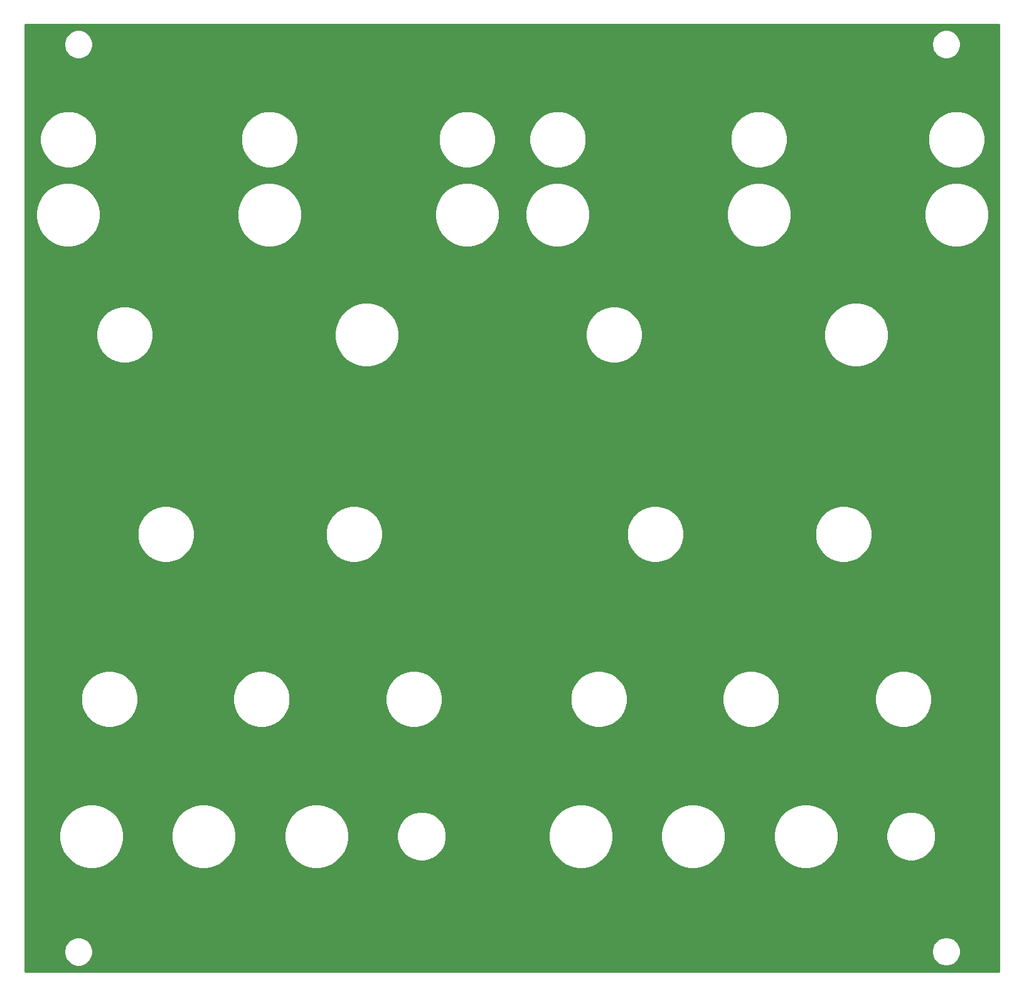
<source format=gbl>
%TF.GenerationSoftware,KiCad,Pcbnew,(5.1.12)-1*%
%TF.CreationDate,2021-11-26T16:48:14-08:00*%
%TF.ProjectId,VCF Front Pannel,56434620-4672-46f6-9e74-2050616e6e65,rev?*%
%TF.SameCoordinates,Original*%
%TF.FileFunction,Copper,L2,Bot*%
%TF.FilePolarity,Positive*%
%FSLAX46Y46*%
G04 Gerber Fmt 4.6, Leading zero omitted, Abs format (unit mm)*
G04 Created by KiCad (PCBNEW (5.1.12)-1) date 2021-11-26 16:48:14*
%MOMM*%
%LPD*%
G01*
G04 APERTURE LIST*
%TA.AperFunction,NonConductor*%
%ADD10C,0.254000*%
%TD*%
%TA.AperFunction,NonConductor*%
%ADD11C,0.100000*%
%TD*%
G04 APERTURE END LIST*
D10*
X163228001Y-152948000D02*
X31852000Y-152948000D01*
X31852000Y-150106710D01*
X37037496Y-150106710D01*
X37037496Y-150493290D01*
X37112914Y-150872441D01*
X37260851Y-151229594D01*
X37475623Y-151551024D01*
X37748976Y-151824377D01*
X38070406Y-152039149D01*
X38427559Y-152187086D01*
X38806710Y-152262504D01*
X39193290Y-152262504D01*
X39572441Y-152187086D01*
X39929594Y-152039149D01*
X40251024Y-151824377D01*
X40524377Y-151551024D01*
X40739149Y-151229594D01*
X40887086Y-150872441D01*
X40962504Y-150493290D01*
X40962504Y-150106710D01*
X40955821Y-150073110D01*
X154137496Y-150073110D01*
X154137496Y-150459690D01*
X154212914Y-150838841D01*
X154360851Y-151195994D01*
X154575623Y-151517424D01*
X154848976Y-151790777D01*
X155170406Y-152005549D01*
X155527559Y-152153486D01*
X155906710Y-152228904D01*
X156293290Y-152228904D01*
X156672441Y-152153486D01*
X157029594Y-152005549D01*
X157351024Y-151790777D01*
X157624377Y-151517424D01*
X157839149Y-151195994D01*
X157987086Y-150838841D01*
X158062504Y-150459690D01*
X158062504Y-150073110D01*
X157987086Y-149693959D01*
X157839149Y-149336806D01*
X157624377Y-149015376D01*
X157351024Y-148742023D01*
X157029594Y-148527251D01*
X156672441Y-148379314D01*
X156293290Y-148303896D01*
X155906710Y-148303896D01*
X155527559Y-148379314D01*
X155170406Y-148527251D01*
X154848976Y-148742023D01*
X154575623Y-149015376D01*
X154360851Y-149336806D01*
X154212914Y-149693959D01*
X154137496Y-150073110D01*
X40955821Y-150073110D01*
X40887086Y-149727559D01*
X40739149Y-149370406D01*
X40524377Y-149048976D01*
X40251024Y-148775623D01*
X39929594Y-148560851D01*
X39572441Y-148412914D01*
X39193290Y-148337496D01*
X38806710Y-148337496D01*
X38427559Y-148412914D01*
X38070406Y-148560851D01*
X37748976Y-148775623D01*
X37475623Y-149048976D01*
X37260851Y-149370406D01*
X37112914Y-149727559D01*
X37037496Y-150106710D01*
X31852000Y-150106710D01*
X31852000Y-134273469D01*
X36416052Y-134273469D01*
X36416052Y-135130531D01*
X36583257Y-135971125D01*
X36911240Y-136762947D01*
X37387398Y-137475567D01*
X37993433Y-138081602D01*
X38706053Y-138557760D01*
X39497875Y-138885743D01*
X40338469Y-139052948D01*
X41195531Y-139052948D01*
X42036125Y-138885743D01*
X42827947Y-138557760D01*
X43540567Y-138081602D01*
X44146602Y-137475567D01*
X44622760Y-136762947D01*
X44950743Y-135971125D01*
X45117948Y-135130531D01*
X45117948Y-134273469D01*
X51529052Y-134273469D01*
X51529052Y-135130531D01*
X51696257Y-135971125D01*
X52024240Y-136762947D01*
X52500398Y-137475567D01*
X53106433Y-138081602D01*
X53819053Y-138557760D01*
X54610875Y-138885743D01*
X55451469Y-139052948D01*
X56308531Y-139052948D01*
X57149125Y-138885743D01*
X57940947Y-138557760D01*
X58653567Y-138081602D01*
X59259602Y-137475567D01*
X59735760Y-136762947D01*
X60063743Y-135971125D01*
X60230948Y-135130531D01*
X60230948Y-134273469D01*
X66769052Y-134273469D01*
X66769052Y-135130531D01*
X66936257Y-135971125D01*
X67264240Y-136762947D01*
X67740398Y-137475567D01*
X68346433Y-138081602D01*
X69059053Y-138557760D01*
X69850875Y-138885743D01*
X70691469Y-139052948D01*
X71548531Y-139052948D01*
X72389125Y-138885743D01*
X73180947Y-138557760D01*
X73893567Y-138081602D01*
X74499602Y-137475567D01*
X74975760Y-136762947D01*
X75303743Y-135971125D01*
X75470948Y-135130531D01*
X75470948Y-134371486D01*
X81951237Y-134371486D01*
X81951237Y-135032514D01*
X82080197Y-135680840D01*
X82333161Y-136291550D01*
X82700409Y-136841174D01*
X83167826Y-137308591D01*
X83717450Y-137675839D01*
X84328160Y-137928803D01*
X84976486Y-138057763D01*
X85637514Y-138057763D01*
X86285840Y-137928803D01*
X86896550Y-137675839D01*
X87446174Y-137308591D01*
X87913591Y-136841174D01*
X88280839Y-136291550D01*
X88533803Y-135680840D01*
X88662763Y-135032514D01*
X88662763Y-134371486D01*
X88643267Y-134273469D01*
X102456052Y-134273469D01*
X102456052Y-135130531D01*
X102623257Y-135971125D01*
X102951240Y-136762947D01*
X103427398Y-137475567D01*
X104033433Y-138081602D01*
X104746053Y-138557760D01*
X105537875Y-138885743D01*
X106378469Y-139052948D01*
X107235531Y-139052948D01*
X108076125Y-138885743D01*
X108867947Y-138557760D01*
X109580567Y-138081602D01*
X110186602Y-137475567D01*
X110662760Y-136762947D01*
X110990743Y-135971125D01*
X111157948Y-135130531D01*
X111157948Y-134273469D01*
X117569052Y-134273469D01*
X117569052Y-135130531D01*
X117736257Y-135971125D01*
X118064240Y-136762947D01*
X118540398Y-137475567D01*
X119146433Y-138081602D01*
X119859053Y-138557760D01*
X120650875Y-138885743D01*
X121491469Y-139052948D01*
X122348531Y-139052948D01*
X123189125Y-138885743D01*
X123980947Y-138557760D01*
X124693567Y-138081602D01*
X125299602Y-137475567D01*
X125775760Y-136762947D01*
X126103743Y-135971125D01*
X126270948Y-135130531D01*
X126270948Y-134273469D01*
X132809052Y-134273469D01*
X132809052Y-135130531D01*
X132976257Y-135971125D01*
X133304240Y-136762947D01*
X133780398Y-137475567D01*
X134386433Y-138081602D01*
X135099053Y-138557760D01*
X135890875Y-138885743D01*
X136731469Y-139052948D01*
X137588531Y-139052948D01*
X138429125Y-138885743D01*
X139220947Y-138557760D01*
X139933567Y-138081602D01*
X140539602Y-137475567D01*
X141015760Y-136762947D01*
X141343743Y-135971125D01*
X141510948Y-135130531D01*
X141510948Y-134371486D01*
X147991237Y-134371486D01*
X147991237Y-135032514D01*
X148120197Y-135680840D01*
X148373161Y-136291550D01*
X148740409Y-136841174D01*
X149207826Y-137308591D01*
X149757450Y-137675839D01*
X150368160Y-137928803D01*
X151016486Y-138057763D01*
X151677514Y-138057763D01*
X152325840Y-137928803D01*
X152936550Y-137675839D01*
X153486174Y-137308591D01*
X153953591Y-136841174D01*
X154320839Y-136291550D01*
X154573803Y-135680840D01*
X154702763Y-135032514D01*
X154702763Y-134371486D01*
X154573803Y-133723160D01*
X154320839Y-133112450D01*
X153953591Y-132562826D01*
X153486174Y-132095409D01*
X152936550Y-131728161D01*
X152325840Y-131475197D01*
X151677514Y-131346237D01*
X151016486Y-131346237D01*
X150368160Y-131475197D01*
X149757450Y-131728161D01*
X149207826Y-132095409D01*
X148740409Y-132562826D01*
X148373161Y-133112450D01*
X148120197Y-133723160D01*
X147991237Y-134371486D01*
X141510948Y-134371486D01*
X141510948Y-134273469D01*
X141343743Y-133432875D01*
X141015760Y-132641053D01*
X140539602Y-131928433D01*
X139933567Y-131322398D01*
X139220947Y-130846240D01*
X138429125Y-130518257D01*
X137588531Y-130351052D01*
X136731469Y-130351052D01*
X135890875Y-130518257D01*
X135099053Y-130846240D01*
X134386433Y-131322398D01*
X133780398Y-131928433D01*
X133304240Y-132641053D01*
X132976257Y-133432875D01*
X132809052Y-134273469D01*
X126270948Y-134273469D01*
X126103743Y-133432875D01*
X125775760Y-132641053D01*
X125299602Y-131928433D01*
X124693567Y-131322398D01*
X123980947Y-130846240D01*
X123189125Y-130518257D01*
X122348531Y-130351052D01*
X121491469Y-130351052D01*
X120650875Y-130518257D01*
X119859053Y-130846240D01*
X119146433Y-131322398D01*
X118540398Y-131928433D01*
X118064240Y-132641053D01*
X117736257Y-133432875D01*
X117569052Y-134273469D01*
X111157948Y-134273469D01*
X110990743Y-133432875D01*
X110662760Y-132641053D01*
X110186602Y-131928433D01*
X109580567Y-131322398D01*
X108867947Y-130846240D01*
X108076125Y-130518257D01*
X107235531Y-130351052D01*
X106378469Y-130351052D01*
X105537875Y-130518257D01*
X104746053Y-130846240D01*
X104033433Y-131322398D01*
X103427398Y-131928433D01*
X102951240Y-132641053D01*
X102623257Y-133432875D01*
X102456052Y-134273469D01*
X88643267Y-134273469D01*
X88533803Y-133723160D01*
X88280839Y-133112450D01*
X87913591Y-132562826D01*
X87446174Y-132095409D01*
X86896550Y-131728161D01*
X86285840Y-131475197D01*
X85637514Y-131346237D01*
X84976486Y-131346237D01*
X84328160Y-131475197D01*
X83717450Y-131728161D01*
X83167826Y-132095409D01*
X82700409Y-132562826D01*
X82333161Y-133112450D01*
X82080197Y-133723160D01*
X81951237Y-134371486D01*
X75470948Y-134371486D01*
X75470948Y-134273469D01*
X75303743Y-133432875D01*
X74975760Y-132641053D01*
X74499602Y-131928433D01*
X73893567Y-131322398D01*
X73180947Y-130846240D01*
X72389125Y-130518257D01*
X71548531Y-130351052D01*
X70691469Y-130351052D01*
X69850875Y-130518257D01*
X69059053Y-130846240D01*
X68346433Y-131322398D01*
X67740398Y-131928433D01*
X67264240Y-132641053D01*
X66936257Y-133432875D01*
X66769052Y-134273469D01*
X60230948Y-134273469D01*
X60063743Y-133432875D01*
X59735760Y-132641053D01*
X59259602Y-131928433D01*
X58653567Y-131322398D01*
X57940947Y-130846240D01*
X57149125Y-130518257D01*
X56308531Y-130351052D01*
X55451469Y-130351052D01*
X54610875Y-130518257D01*
X53819053Y-130846240D01*
X53106433Y-131322398D01*
X52500398Y-131928433D01*
X52024240Y-132641053D01*
X51696257Y-133432875D01*
X51529052Y-134273469D01*
X45117948Y-134273469D01*
X44950743Y-133432875D01*
X44622760Y-132641053D01*
X44146602Y-131928433D01*
X43540567Y-131322398D01*
X42827947Y-130846240D01*
X42036125Y-130518257D01*
X41195531Y-130351052D01*
X40338469Y-130351052D01*
X39497875Y-130518257D01*
X38706053Y-130846240D01*
X37993433Y-131322398D01*
X37387398Y-131928433D01*
X36911240Y-132641053D01*
X36583257Y-133432875D01*
X36416052Y-134273469D01*
X31852000Y-134273469D01*
X31852000Y-115825478D01*
X39326645Y-115825478D01*
X39326645Y-116584522D01*
X39474727Y-117328982D01*
X39765201Y-118030248D01*
X40186904Y-118661371D01*
X40723629Y-119198096D01*
X41354752Y-119619799D01*
X42056018Y-119910273D01*
X42800478Y-120058355D01*
X43559522Y-120058355D01*
X44303982Y-119910273D01*
X45005248Y-119619799D01*
X45636371Y-119198096D01*
X46173096Y-118661371D01*
X46594799Y-118030248D01*
X46885273Y-117328982D01*
X47033355Y-116584522D01*
X47033355Y-115825478D01*
X59866645Y-115825478D01*
X59866645Y-116584522D01*
X60014727Y-117328982D01*
X60305201Y-118030248D01*
X60726904Y-118661371D01*
X61263629Y-119198096D01*
X61894752Y-119619799D01*
X62596018Y-119910273D01*
X63340478Y-120058355D01*
X64099522Y-120058355D01*
X64843982Y-119910273D01*
X65545248Y-119619799D01*
X66176371Y-119198096D01*
X66713096Y-118661371D01*
X67134799Y-118030248D01*
X67425273Y-117328982D01*
X67573355Y-116584522D01*
X67573355Y-115825478D01*
X80406645Y-115825478D01*
X80406645Y-116584522D01*
X80554727Y-117328982D01*
X80845201Y-118030248D01*
X81266904Y-118661371D01*
X81803629Y-119198096D01*
X82434752Y-119619799D01*
X83136018Y-119910273D01*
X83880478Y-120058355D01*
X84639522Y-120058355D01*
X85383982Y-119910273D01*
X86085248Y-119619799D01*
X86716371Y-119198096D01*
X87253096Y-118661371D01*
X87674799Y-118030248D01*
X87965273Y-117328982D01*
X88113355Y-116584522D01*
X88113355Y-115825478D01*
X105366645Y-115825478D01*
X105366645Y-116584522D01*
X105514727Y-117328982D01*
X105805201Y-118030248D01*
X106226904Y-118661371D01*
X106763629Y-119198096D01*
X107394752Y-119619799D01*
X108096018Y-119910273D01*
X108840478Y-120058355D01*
X109599522Y-120058355D01*
X110343982Y-119910273D01*
X111045248Y-119619799D01*
X111676371Y-119198096D01*
X112213096Y-118661371D01*
X112634799Y-118030248D01*
X112925273Y-117328982D01*
X113073355Y-116584522D01*
X113073355Y-115825478D01*
X125906645Y-115825478D01*
X125906645Y-116584522D01*
X126054727Y-117328982D01*
X126345201Y-118030248D01*
X126766904Y-118661371D01*
X127303629Y-119198096D01*
X127934752Y-119619799D01*
X128636018Y-119910273D01*
X129380478Y-120058355D01*
X130139522Y-120058355D01*
X130883982Y-119910273D01*
X131585248Y-119619799D01*
X132216371Y-119198096D01*
X132753096Y-118661371D01*
X133174799Y-118030248D01*
X133465273Y-117328982D01*
X133613355Y-116584522D01*
X133613355Y-115825478D01*
X146446645Y-115825478D01*
X146446645Y-116584522D01*
X146594727Y-117328982D01*
X146885201Y-118030248D01*
X147306904Y-118661371D01*
X147843629Y-119198096D01*
X148474752Y-119619799D01*
X149176018Y-119910273D01*
X149920478Y-120058355D01*
X150679522Y-120058355D01*
X151423982Y-119910273D01*
X152125248Y-119619799D01*
X152756371Y-119198096D01*
X153293096Y-118661371D01*
X153714799Y-118030248D01*
X154005273Y-117328982D01*
X154153355Y-116584522D01*
X154153355Y-115825478D01*
X154005273Y-115081018D01*
X153714799Y-114379752D01*
X153293096Y-113748629D01*
X152756371Y-113211904D01*
X152125248Y-112790201D01*
X151423982Y-112499727D01*
X150679522Y-112351645D01*
X149920478Y-112351645D01*
X149176018Y-112499727D01*
X148474752Y-112790201D01*
X147843629Y-113211904D01*
X147306904Y-113748629D01*
X146885201Y-114379752D01*
X146594727Y-115081018D01*
X146446645Y-115825478D01*
X133613355Y-115825478D01*
X133465273Y-115081018D01*
X133174799Y-114379752D01*
X132753096Y-113748629D01*
X132216371Y-113211904D01*
X131585248Y-112790201D01*
X130883982Y-112499727D01*
X130139522Y-112351645D01*
X129380478Y-112351645D01*
X128636018Y-112499727D01*
X127934752Y-112790201D01*
X127303629Y-113211904D01*
X126766904Y-113748629D01*
X126345201Y-114379752D01*
X126054727Y-115081018D01*
X125906645Y-115825478D01*
X113073355Y-115825478D01*
X112925273Y-115081018D01*
X112634799Y-114379752D01*
X112213096Y-113748629D01*
X111676371Y-113211904D01*
X111045248Y-112790201D01*
X110343982Y-112499727D01*
X109599522Y-112351645D01*
X108840478Y-112351645D01*
X108096018Y-112499727D01*
X107394752Y-112790201D01*
X106763629Y-113211904D01*
X106226904Y-113748629D01*
X105805201Y-114379752D01*
X105514727Y-115081018D01*
X105366645Y-115825478D01*
X88113355Y-115825478D01*
X87965273Y-115081018D01*
X87674799Y-114379752D01*
X87253096Y-113748629D01*
X86716371Y-113211904D01*
X86085248Y-112790201D01*
X85383982Y-112499727D01*
X84639522Y-112351645D01*
X83880478Y-112351645D01*
X83136018Y-112499727D01*
X82434752Y-112790201D01*
X81803629Y-113211904D01*
X81266904Y-113748629D01*
X80845201Y-114379752D01*
X80554727Y-115081018D01*
X80406645Y-115825478D01*
X67573355Y-115825478D01*
X67425273Y-115081018D01*
X67134799Y-114379752D01*
X66713096Y-113748629D01*
X66176371Y-113211904D01*
X65545248Y-112790201D01*
X64843982Y-112499727D01*
X64099522Y-112351645D01*
X63340478Y-112351645D01*
X62596018Y-112499727D01*
X61894752Y-112790201D01*
X61263629Y-113211904D01*
X60726904Y-113748629D01*
X60305201Y-114379752D01*
X60014727Y-115081018D01*
X59866645Y-115825478D01*
X47033355Y-115825478D01*
X46885273Y-115081018D01*
X46594799Y-114379752D01*
X46173096Y-113748629D01*
X45636371Y-113211904D01*
X45005248Y-112790201D01*
X44303982Y-112499727D01*
X43559522Y-112351645D01*
X42800478Y-112351645D01*
X42056018Y-112499727D01*
X41354752Y-112790201D01*
X40723629Y-113211904D01*
X40186904Y-113748629D01*
X39765201Y-114379752D01*
X39474727Y-115081018D01*
X39326645Y-115825478D01*
X31852000Y-115825478D01*
X31852000Y-93535478D01*
X46946645Y-93535478D01*
X46946645Y-94294522D01*
X47094727Y-95038982D01*
X47385201Y-95740248D01*
X47806904Y-96371371D01*
X48343629Y-96908096D01*
X48974752Y-97329799D01*
X49676018Y-97620273D01*
X50420478Y-97768355D01*
X51179522Y-97768355D01*
X51923982Y-97620273D01*
X52625248Y-97329799D01*
X53256371Y-96908096D01*
X53793096Y-96371371D01*
X54214799Y-95740248D01*
X54505273Y-95038982D01*
X54653355Y-94294522D01*
X54653355Y-93535478D01*
X72346645Y-93535478D01*
X72346645Y-94294522D01*
X72494727Y-95038982D01*
X72785201Y-95740248D01*
X73206904Y-96371371D01*
X73743629Y-96908096D01*
X74374752Y-97329799D01*
X75076018Y-97620273D01*
X75820478Y-97768355D01*
X76579522Y-97768355D01*
X77323982Y-97620273D01*
X78025248Y-97329799D01*
X78656371Y-96908096D01*
X79193096Y-96371371D01*
X79614799Y-95740248D01*
X79905273Y-95038982D01*
X80053355Y-94294522D01*
X80053355Y-93535478D01*
X112986645Y-93535478D01*
X112986645Y-94294522D01*
X113134727Y-95038982D01*
X113425201Y-95740248D01*
X113846904Y-96371371D01*
X114383629Y-96908096D01*
X115014752Y-97329799D01*
X115716018Y-97620273D01*
X116460478Y-97768355D01*
X117219522Y-97768355D01*
X117963982Y-97620273D01*
X118665248Y-97329799D01*
X119296371Y-96908096D01*
X119833096Y-96371371D01*
X120254799Y-95740248D01*
X120545273Y-95038982D01*
X120693355Y-94294522D01*
X120693355Y-93535478D01*
X138386645Y-93535478D01*
X138386645Y-94294522D01*
X138534727Y-95038982D01*
X138825201Y-95740248D01*
X139246904Y-96371371D01*
X139783629Y-96908096D01*
X140414752Y-97329799D01*
X141116018Y-97620273D01*
X141860478Y-97768355D01*
X142619522Y-97768355D01*
X143363982Y-97620273D01*
X144065248Y-97329799D01*
X144696371Y-96908096D01*
X145233096Y-96371371D01*
X145654799Y-95740248D01*
X145945273Y-95038982D01*
X146093355Y-94294522D01*
X146093355Y-93535478D01*
X145945273Y-92791018D01*
X145654799Y-92089752D01*
X145233096Y-91458629D01*
X144696371Y-90921904D01*
X144065248Y-90500201D01*
X143363982Y-90209727D01*
X142619522Y-90061645D01*
X141860478Y-90061645D01*
X141116018Y-90209727D01*
X140414752Y-90500201D01*
X139783629Y-90921904D01*
X139246904Y-91458629D01*
X138825201Y-92089752D01*
X138534727Y-92791018D01*
X138386645Y-93535478D01*
X120693355Y-93535478D01*
X120545273Y-92791018D01*
X120254799Y-92089752D01*
X119833096Y-91458629D01*
X119296371Y-90921904D01*
X118665248Y-90500201D01*
X117963982Y-90209727D01*
X117219522Y-90061645D01*
X116460478Y-90061645D01*
X115716018Y-90209727D01*
X115014752Y-90500201D01*
X114383629Y-90921904D01*
X113846904Y-91458629D01*
X113425201Y-92089752D01*
X113134727Y-92791018D01*
X112986645Y-93535478D01*
X80053355Y-93535478D01*
X79905273Y-92791018D01*
X79614799Y-92089752D01*
X79193096Y-91458629D01*
X78656371Y-90921904D01*
X78025248Y-90500201D01*
X77323982Y-90209727D01*
X76579522Y-90061645D01*
X75820478Y-90061645D01*
X75076018Y-90209727D01*
X74374752Y-90500201D01*
X73743629Y-90921904D01*
X73206904Y-91458629D01*
X72785201Y-92089752D01*
X72494727Y-92791018D01*
X72346645Y-93535478D01*
X54653355Y-93535478D01*
X54505273Y-92791018D01*
X54214799Y-92089752D01*
X53793096Y-91458629D01*
X53256371Y-90921904D01*
X52625248Y-90500201D01*
X51923982Y-90209727D01*
X51179522Y-90061645D01*
X50420478Y-90061645D01*
X49676018Y-90209727D01*
X48974752Y-90500201D01*
X48343629Y-90921904D01*
X47806904Y-91458629D01*
X47385201Y-92089752D01*
X47094727Y-92791018D01*
X46946645Y-93535478D01*
X31852000Y-93535478D01*
X31852000Y-66635478D01*
X41373645Y-66635478D01*
X41373645Y-67394522D01*
X41521727Y-68138982D01*
X41812201Y-68840248D01*
X42233904Y-69471371D01*
X42770629Y-70008096D01*
X43401752Y-70429799D01*
X44103018Y-70720273D01*
X44847478Y-70868355D01*
X45606522Y-70868355D01*
X46350982Y-70720273D01*
X47052248Y-70429799D01*
X47683371Y-70008096D01*
X48220096Y-69471371D01*
X48641799Y-68840248D01*
X48932273Y-68138982D01*
X49080355Y-67394522D01*
X49080355Y-66635478D01*
X49070607Y-66586469D01*
X73549052Y-66586469D01*
X73549052Y-67443531D01*
X73716257Y-68284125D01*
X74044240Y-69075947D01*
X74520398Y-69788567D01*
X75126433Y-70394602D01*
X75839053Y-70870760D01*
X76630875Y-71198743D01*
X77471469Y-71365948D01*
X78328531Y-71365948D01*
X79169125Y-71198743D01*
X79960947Y-70870760D01*
X80673567Y-70394602D01*
X81279602Y-69788567D01*
X81755760Y-69075947D01*
X82083743Y-68284125D01*
X82250948Y-67443531D01*
X82250948Y-66635478D01*
X107413645Y-66635478D01*
X107413645Y-67394522D01*
X107561727Y-68138982D01*
X107852201Y-68840248D01*
X108273904Y-69471371D01*
X108810629Y-70008096D01*
X109441752Y-70429799D01*
X110143018Y-70720273D01*
X110887478Y-70868355D01*
X111646522Y-70868355D01*
X112390982Y-70720273D01*
X113092248Y-70429799D01*
X113723371Y-70008096D01*
X114260096Y-69471371D01*
X114681799Y-68840248D01*
X114972273Y-68138982D01*
X115120355Y-67394522D01*
X115120355Y-66635478D01*
X115110607Y-66586469D01*
X139589052Y-66586469D01*
X139589052Y-67443531D01*
X139756257Y-68284125D01*
X140084240Y-69075947D01*
X140560398Y-69788567D01*
X141166433Y-70394602D01*
X141879053Y-70870760D01*
X142670875Y-71198743D01*
X143511469Y-71365948D01*
X144368531Y-71365948D01*
X145209125Y-71198743D01*
X146000947Y-70870760D01*
X146713567Y-70394602D01*
X147319602Y-69788567D01*
X147795760Y-69075947D01*
X148123743Y-68284125D01*
X148290948Y-67443531D01*
X148290948Y-66586469D01*
X148123743Y-65745875D01*
X147795760Y-64954053D01*
X147319602Y-64241433D01*
X146713567Y-63635398D01*
X146000947Y-63159240D01*
X145209125Y-62831257D01*
X144368531Y-62664052D01*
X143511469Y-62664052D01*
X142670875Y-62831257D01*
X141879053Y-63159240D01*
X141166433Y-63635398D01*
X140560398Y-64241433D01*
X140084240Y-64954053D01*
X139756257Y-65745875D01*
X139589052Y-66586469D01*
X115110607Y-66586469D01*
X114972273Y-65891018D01*
X114681799Y-65189752D01*
X114260096Y-64558629D01*
X113723371Y-64021904D01*
X113092248Y-63600201D01*
X112390982Y-63309727D01*
X111646522Y-63161645D01*
X110887478Y-63161645D01*
X110143018Y-63309727D01*
X109441752Y-63600201D01*
X108810629Y-64021904D01*
X108273904Y-64558629D01*
X107852201Y-65189752D01*
X107561727Y-65891018D01*
X107413645Y-66635478D01*
X82250948Y-66635478D01*
X82250948Y-66586469D01*
X82083743Y-65745875D01*
X81755760Y-64954053D01*
X81279602Y-64241433D01*
X80673567Y-63635398D01*
X79960947Y-63159240D01*
X79169125Y-62831257D01*
X78328531Y-62664052D01*
X77471469Y-62664052D01*
X76630875Y-62831257D01*
X75839053Y-63159240D01*
X75126433Y-63635398D01*
X74520398Y-64241433D01*
X74044240Y-64954053D01*
X73716257Y-65745875D01*
X73549052Y-66586469D01*
X49070607Y-66586469D01*
X48932273Y-65891018D01*
X48641799Y-65189752D01*
X48220096Y-64558629D01*
X47683371Y-64021904D01*
X47052248Y-63600201D01*
X46350982Y-63309727D01*
X45606522Y-63161645D01*
X44847478Y-63161645D01*
X44103018Y-63309727D01*
X43401752Y-63600201D01*
X42770629Y-64021904D01*
X42233904Y-64558629D01*
X41812201Y-65189752D01*
X41521727Y-65891018D01*
X41373645Y-66635478D01*
X31852000Y-66635478D01*
X31852000Y-50371469D01*
X33241052Y-50371469D01*
X33241052Y-51228531D01*
X33408257Y-52069125D01*
X33736240Y-52860947D01*
X34212398Y-53573567D01*
X34818433Y-54179602D01*
X35531053Y-54655760D01*
X36322875Y-54983743D01*
X37163469Y-55150948D01*
X38020531Y-55150948D01*
X38861125Y-54983743D01*
X39652947Y-54655760D01*
X40365567Y-54179602D01*
X40971602Y-53573567D01*
X41447760Y-52860947D01*
X41775743Y-52069125D01*
X41942948Y-51228531D01*
X41942948Y-50371469D01*
X60419052Y-50371469D01*
X60419052Y-51228531D01*
X60586257Y-52069125D01*
X60914240Y-52860947D01*
X61390398Y-53573567D01*
X61996433Y-54179602D01*
X62709053Y-54655760D01*
X63500875Y-54983743D01*
X64341469Y-55150948D01*
X65198531Y-55150948D01*
X66039125Y-54983743D01*
X66830947Y-54655760D01*
X67543567Y-54179602D01*
X68149602Y-53573567D01*
X68625760Y-52860947D01*
X68953743Y-52069125D01*
X69120948Y-51228531D01*
X69120948Y-50371469D01*
X87089052Y-50371469D01*
X87089052Y-51228531D01*
X87256257Y-52069125D01*
X87584240Y-52860947D01*
X88060398Y-53573567D01*
X88666433Y-54179602D01*
X89379053Y-54655760D01*
X90170875Y-54983743D01*
X91011469Y-55150948D01*
X91868531Y-55150948D01*
X92709125Y-54983743D01*
X93500947Y-54655760D01*
X94213567Y-54179602D01*
X94819602Y-53573567D01*
X95295760Y-52860947D01*
X95623743Y-52069125D01*
X95790948Y-51228531D01*
X95790948Y-50371469D01*
X99281052Y-50371469D01*
X99281052Y-51228531D01*
X99448257Y-52069125D01*
X99776240Y-52860947D01*
X100252398Y-53573567D01*
X100858433Y-54179602D01*
X101571053Y-54655760D01*
X102362875Y-54983743D01*
X103203469Y-55150948D01*
X104060531Y-55150948D01*
X104901125Y-54983743D01*
X105692947Y-54655760D01*
X106405567Y-54179602D01*
X107011602Y-53573567D01*
X107487760Y-52860947D01*
X107815743Y-52069125D01*
X107982948Y-51228531D01*
X107982948Y-50371469D01*
X126459052Y-50371469D01*
X126459052Y-51228531D01*
X126626257Y-52069125D01*
X126954240Y-52860947D01*
X127430398Y-53573567D01*
X128036433Y-54179602D01*
X128749053Y-54655760D01*
X129540875Y-54983743D01*
X130381469Y-55150948D01*
X131238531Y-55150948D01*
X132079125Y-54983743D01*
X132870947Y-54655760D01*
X133583567Y-54179602D01*
X134189602Y-53573567D01*
X134665760Y-52860947D01*
X134993743Y-52069125D01*
X135160948Y-51228531D01*
X135160948Y-50371469D01*
X153129052Y-50371469D01*
X153129052Y-51228531D01*
X153296257Y-52069125D01*
X153624240Y-52860947D01*
X154100398Y-53573567D01*
X154706433Y-54179602D01*
X155419053Y-54655760D01*
X156210875Y-54983743D01*
X157051469Y-55150948D01*
X157908531Y-55150948D01*
X158749125Y-54983743D01*
X159540947Y-54655760D01*
X160253567Y-54179602D01*
X160859602Y-53573567D01*
X161335760Y-52860947D01*
X161663743Y-52069125D01*
X161830948Y-51228531D01*
X161830948Y-50371469D01*
X161663743Y-49530875D01*
X161335760Y-48739053D01*
X160859602Y-48026433D01*
X160253567Y-47420398D01*
X159540947Y-46944240D01*
X158749125Y-46616257D01*
X157908531Y-46449052D01*
X157051469Y-46449052D01*
X156210875Y-46616257D01*
X155419053Y-46944240D01*
X154706433Y-47420398D01*
X154100398Y-48026433D01*
X153624240Y-48739053D01*
X153296257Y-49530875D01*
X153129052Y-50371469D01*
X135160948Y-50371469D01*
X134993743Y-49530875D01*
X134665760Y-48739053D01*
X134189602Y-48026433D01*
X133583567Y-47420398D01*
X132870947Y-46944240D01*
X132079125Y-46616257D01*
X131238531Y-46449052D01*
X130381469Y-46449052D01*
X129540875Y-46616257D01*
X128749053Y-46944240D01*
X128036433Y-47420398D01*
X127430398Y-48026433D01*
X126954240Y-48739053D01*
X126626257Y-49530875D01*
X126459052Y-50371469D01*
X107982948Y-50371469D01*
X107815743Y-49530875D01*
X107487760Y-48739053D01*
X107011602Y-48026433D01*
X106405567Y-47420398D01*
X105692947Y-46944240D01*
X104901125Y-46616257D01*
X104060531Y-46449052D01*
X103203469Y-46449052D01*
X102362875Y-46616257D01*
X101571053Y-46944240D01*
X100858433Y-47420398D01*
X100252398Y-48026433D01*
X99776240Y-48739053D01*
X99448257Y-49530875D01*
X99281052Y-50371469D01*
X95790948Y-50371469D01*
X95623743Y-49530875D01*
X95295760Y-48739053D01*
X94819602Y-48026433D01*
X94213567Y-47420398D01*
X93500947Y-46944240D01*
X92709125Y-46616257D01*
X91868531Y-46449052D01*
X91011469Y-46449052D01*
X90170875Y-46616257D01*
X89379053Y-46944240D01*
X88666433Y-47420398D01*
X88060398Y-48026433D01*
X87584240Y-48739053D01*
X87256257Y-49530875D01*
X87089052Y-50371469D01*
X69120948Y-50371469D01*
X68953743Y-49530875D01*
X68625760Y-48739053D01*
X68149602Y-48026433D01*
X67543567Y-47420398D01*
X66830947Y-46944240D01*
X66039125Y-46616257D01*
X65198531Y-46449052D01*
X64341469Y-46449052D01*
X63500875Y-46616257D01*
X62709053Y-46944240D01*
X61996433Y-47420398D01*
X61390398Y-48026433D01*
X60914240Y-48739053D01*
X60586257Y-49530875D01*
X60419052Y-50371469D01*
X41942948Y-50371469D01*
X41775743Y-49530875D01*
X41447760Y-48739053D01*
X40971602Y-48026433D01*
X40365567Y-47420398D01*
X39652947Y-46944240D01*
X38861125Y-46616257D01*
X38020531Y-46449052D01*
X37163469Y-46449052D01*
X36322875Y-46616257D01*
X35531053Y-46944240D01*
X34818433Y-47420398D01*
X34212398Y-48026433D01*
X33736240Y-48739053D01*
X33408257Y-49530875D01*
X33241052Y-50371469D01*
X31852000Y-50371469D01*
X31852000Y-40260478D01*
X33796645Y-40260478D01*
X33796645Y-41019522D01*
X33944727Y-41763982D01*
X34235201Y-42465248D01*
X34656904Y-43096371D01*
X35193629Y-43633096D01*
X35824752Y-44054799D01*
X36526018Y-44345273D01*
X37270478Y-44493355D01*
X38029522Y-44493355D01*
X38773982Y-44345273D01*
X39475248Y-44054799D01*
X40106371Y-43633096D01*
X40643096Y-43096371D01*
X41064799Y-42465248D01*
X41355273Y-41763982D01*
X41503355Y-41019522D01*
X41503355Y-40260478D01*
X60916645Y-40260478D01*
X60916645Y-41019522D01*
X61064727Y-41763982D01*
X61355201Y-42465248D01*
X61776904Y-43096371D01*
X62313629Y-43633096D01*
X62944752Y-44054799D01*
X63646018Y-44345273D01*
X64390478Y-44493355D01*
X65149522Y-44493355D01*
X65893982Y-44345273D01*
X66595248Y-44054799D01*
X67226371Y-43633096D01*
X67763096Y-43096371D01*
X68184799Y-42465248D01*
X68475273Y-41763982D01*
X68623355Y-41019522D01*
X68623355Y-40260478D01*
X87586645Y-40260478D01*
X87586645Y-41019522D01*
X87734727Y-41763982D01*
X88025201Y-42465248D01*
X88446904Y-43096371D01*
X88983629Y-43633096D01*
X89614752Y-44054799D01*
X90316018Y-44345273D01*
X91060478Y-44493355D01*
X91819522Y-44493355D01*
X92563982Y-44345273D01*
X93265248Y-44054799D01*
X93896371Y-43633096D01*
X94433096Y-43096371D01*
X94854799Y-42465248D01*
X95145273Y-41763982D01*
X95293355Y-41019522D01*
X95293355Y-40260478D01*
X99836645Y-40260478D01*
X99836645Y-41019522D01*
X99984727Y-41763982D01*
X100275201Y-42465248D01*
X100696904Y-43096371D01*
X101233629Y-43633096D01*
X101864752Y-44054799D01*
X102566018Y-44345273D01*
X103310478Y-44493355D01*
X104069522Y-44493355D01*
X104813982Y-44345273D01*
X105515248Y-44054799D01*
X106146371Y-43633096D01*
X106683096Y-43096371D01*
X107104799Y-42465248D01*
X107395273Y-41763982D01*
X107543355Y-41019522D01*
X107543355Y-40260478D01*
X126956645Y-40260478D01*
X126956645Y-41019522D01*
X127104727Y-41763982D01*
X127395201Y-42465248D01*
X127816904Y-43096371D01*
X128353629Y-43633096D01*
X128984752Y-44054799D01*
X129686018Y-44345273D01*
X130430478Y-44493355D01*
X131189522Y-44493355D01*
X131933982Y-44345273D01*
X132635248Y-44054799D01*
X133266371Y-43633096D01*
X133803096Y-43096371D01*
X134224799Y-42465248D01*
X134515273Y-41763982D01*
X134663355Y-41019522D01*
X134663355Y-40260478D01*
X153626645Y-40260478D01*
X153626645Y-41019522D01*
X153774727Y-41763982D01*
X154065201Y-42465248D01*
X154486904Y-43096371D01*
X155023629Y-43633096D01*
X155654752Y-44054799D01*
X156356018Y-44345273D01*
X157100478Y-44493355D01*
X157859522Y-44493355D01*
X158603982Y-44345273D01*
X159305248Y-44054799D01*
X159936371Y-43633096D01*
X160473096Y-43096371D01*
X160894799Y-42465248D01*
X161185273Y-41763982D01*
X161333355Y-41019522D01*
X161333355Y-40260478D01*
X161185273Y-39516018D01*
X160894799Y-38814752D01*
X160473096Y-38183629D01*
X159936371Y-37646904D01*
X159305248Y-37225201D01*
X158603982Y-36934727D01*
X157859522Y-36786645D01*
X157100478Y-36786645D01*
X156356018Y-36934727D01*
X155654752Y-37225201D01*
X155023629Y-37646904D01*
X154486904Y-38183629D01*
X154065201Y-38814752D01*
X153774727Y-39516018D01*
X153626645Y-40260478D01*
X134663355Y-40260478D01*
X134515273Y-39516018D01*
X134224799Y-38814752D01*
X133803096Y-38183629D01*
X133266371Y-37646904D01*
X132635248Y-37225201D01*
X131933982Y-36934727D01*
X131189522Y-36786645D01*
X130430478Y-36786645D01*
X129686018Y-36934727D01*
X128984752Y-37225201D01*
X128353629Y-37646904D01*
X127816904Y-38183629D01*
X127395201Y-38814752D01*
X127104727Y-39516018D01*
X126956645Y-40260478D01*
X107543355Y-40260478D01*
X107395273Y-39516018D01*
X107104799Y-38814752D01*
X106683096Y-38183629D01*
X106146371Y-37646904D01*
X105515248Y-37225201D01*
X104813982Y-36934727D01*
X104069522Y-36786645D01*
X103310478Y-36786645D01*
X102566018Y-36934727D01*
X101864752Y-37225201D01*
X101233629Y-37646904D01*
X100696904Y-38183629D01*
X100275201Y-38814752D01*
X99984727Y-39516018D01*
X99836645Y-40260478D01*
X95293355Y-40260478D01*
X95145273Y-39516018D01*
X94854799Y-38814752D01*
X94433096Y-38183629D01*
X93896371Y-37646904D01*
X93265248Y-37225201D01*
X92563982Y-36934727D01*
X91819522Y-36786645D01*
X91060478Y-36786645D01*
X90316018Y-36934727D01*
X89614752Y-37225201D01*
X88983629Y-37646904D01*
X88446904Y-38183629D01*
X88025201Y-38814752D01*
X87734727Y-39516018D01*
X87586645Y-40260478D01*
X68623355Y-40260478D01*
X68475273Y-39516018D01*
X68184799Y-38814752D01*
X67763096Y-38183629D01*
X67226371Y-37646904D01*
X66595248Y-37225201D01*
X65893982Y-36934727D01*
X65149522Y-36786645D01*
X64390478Y-36786645D01*
X63646018Y-36934727D01*
X62944752Y-37225201D01*
X62313629Y-37646904D01*
X61776904Y-38183629D01*
X61355201Y-38814752D01*
X61064727Y-39516018D01*
X60916645Y-40260478D01*
X41503355Y-40260478D01*
X41355273Y-39516018D01*
X41064799Y-38814752D01*
X40643096Y-38183629D01*
X40106371Y-37646904D01*
X39475248Y-37225201D01*
X38773982Y-36934727D01*
X38029522Y-36786645D01*
X37270478Y-36786645D01*
X36526018Y-36934727D01*
X35824752Y-37225201D01*
X35193629Y-37646904D01*
X34656904Y-38183629D01*
X34235201Y-38814752D01*
X33944727Y-39516018D01*
X33796645Y-40260478D01*
X31852000Y-40260478D01*
X31852000Y-27606710D01*
X37037496Y-27606710D01*
X37037496Y-27993290D01*
X37112914Y-28372441D01*
X37260851Y-28729594D01*
X37475623Y-29051024D01*
X37748976Y-29324377D01*
X38070406Y-29539149D01*
X38427559Y-29687086D01*
X38806710Y-29762504D01*
X39193290Y-29762504D01*
X39572441Y-29687086D01*
X39929594Y-29539149D01*
X40251024Y-29324377D01*
X40524377Y-29051024D01*
X40739149Y-28729594D01*
X40887086Y-28372441D01*
X40962504Y-27993290D01*
X40962504Y-27606710D01*
X154137496Y-27606710D01*
X154137496Y-27993290D01*
X154212914Y-28372441D01*
X154360851Y-28729594D01*
X154575623Y-29051024D01*
X154848976Y-29324377D01*
X155170406Y-29539149D01*
X155527559Y-29687086D01*
X155906710Y-29762504D01*
X156293290Y-29762504D01*
X156672441Y-29687086D01*
X157029594Y-29539149D01*
X157351024Y-29324377D01*
X157624377Y-29051024D01*
X157839149Y-28729594D01*
X157987086Y-28372441D01*
X158062504Y-27993290D01*
X158062504Y-27606710D01*
X157987086Y-27227559D01*
X157839149Y-26870406D01*
X157624377Y-26548976D01*
X157351024Y-26275623D01*
X157029594Y-26060851D01*
X156672441Y-25912914D01*
X156293290Y-25837496D01*
X155906710Y-25837496D01*
X155527559Y-25912914D01*
X155170406Y-26060851D01*
X154848976Y-26275623D01*
X154575623Y-26548976D01*
X154360851Y-26870406D01*
X154212914Y-27227559D01*
X154137496Y-27606710D01*
X40962504Y-27606710D01*
X40887086Y-27227559D01*
X40739149Y-26870406D01*
X40524377Y-26548976D01*
X40251024Y-26275623D01*
X39929594Y-26060851D01*
X39572441Y-25912914D01*
X39193290Y-25837496D01*
X38806710Y-25837496D01*
X38427559Y-25912914D01*
X38070406Y-26060851D01*
X37748976Y-26275623D01*
X37475623Y-26548976D01*
X37260851Y-26870406D01*
X37112914Y-27227559D01*
X37037496Y-27606710D01*
X31852000Y-27606710D01*
X31852000Y-25152000D01*
X163228000Y-25152000D01*
X163228001Y-152948000D01*
%TA.AperFunction,NonConductor*%
D11*
G36*
X163228001Y-152948000D02*
G01*
X31852000Y-152948000D01*
X31852000Y-150106710D01*
X37037496Y-150106710D01*
X37037496Y-150493290D01*
X37112914Y-150872441D01*
X37260851Y-151229594D01*
X37475623Y-151551024D01*
X37748976Y-151824377D01*
X38070406Y-152039149D01*
X38427559Y-152187086D01*
X38806710Y-152262504D01*
X39193290Y-152262504D01*
X39572441Y-152187086D01*
X39929594Y-152039149D01*
X40251024Y-151824377D01*
X40524377Y-151551024D01*
X40739149Y-151229594D01*
X40887086Y-150872441D01*
X40962504Y-150493290D01*
X40962504Y-150106710D01*
X40955821Y-150073110D01*
X154137496Y-150073110D01*
X154137496Y-150459690D01*
X154212914Y-150838841D01*
X154360851Y-151195994D01*
X154575623Y-151517424D01*
X154848976Y-151790777D01*
X155170406Y-152005549D01*
X155527559Y-152153486D01*
X155906710Y-152228904D01*
X156293290Y-152228904D01*
X156672441Y-152153486D01*
X157029594Y-152005549D01*
X157351024Y-151790777D01*
X157624377Y-151517424D01*
X157839149Y-151195994D01*
X157987086Y-150838841D01*
X158062504Y-150459690D01*
X158062504Y-150073110D01*
X157987086Y-149693959D01*
X157839149Y-149336806D01*
X157624377Y-149015376D01*
X157351024Y-148742023D01*
X157029594Y-148527251D01*
X156672441Y-148379314D01*
X156293290Y-148303896D01*
X155906710Y-148303896D01*
X155527559Y-148379314D01*
X155170406Y-148527251D01*
X154848976Y-148742023D01*
X154575623Y-149015376D01*
X154360851Y-149336806D01*
X154212914Y-149693959D01*
X154137496Y-150073110D01*
X40955821Y-150073110D01*
X40887086Y-149727559D01*
X40739149Y-149370406D01*
X40524377Y-149048976D01*
X40251024Y-148775623D01*
X39929594Y-148560851D01*
X39572441Y-148412914D01*
X39193290Y-148337496D01*
X38806710Y-148337496D01*
X38427559Y-148412914D01*
X38070406Y-148560851D01*
X37748976Y-148775623D01*
X37475623Y-149048976D01*
X37260851Y-149370406D01*
X37112914Y-149727559D01*
X37037496Y-150106710D01*
X31852000Y-150106710D01*
X31852000Y-134273469D01*
X36416052Y-134273469D01*
X36416052Y-135130531D01*
X36583257Y-135971125D01*
X36911240Y-136762947D01*
X37387398Y-137475567D01*
X37993433Y-138081602D01*
X38706053Y-138557760D01*
X39497875Y-138885743D01*
X40338469Y-139052948D01*
X41195531Y-139052948D01*
X42036125Y-138885743D01*
X42827947Y-138557760D01*
X43540567Y-138081602D01*
X44146602Y-137475567D01*
X44622760Y-136762947D01*
X44950743Y-135971125D01*
X45117948Y-135130531D01*
X45117948Y-134273469D01*
X51529052Y-134273469D01*
X51529052Y-135130531D01*
X51696257Y-135971125D01*
X52024240Y-136762947D01*
X52500398Y-137475567D01*
X53106433Y-138081602D01*
X53819053Y-138557760D01*
X54610875Y-138885743D01*
X55451469Y-139052948D01*
X56308531Y-139052948D01*
X57149125Y-138885743D01*
X57940947Y-138557760D01*
X58653567Y-138081602D01*
X59259602Y-137475567D01*
X59735760Y-136762947D01*
X60063743Y-135971125D01*
X60230948Y-135130531D01*
X60230948Y-134273469D01*
X66769052Y-134273469D01*
X66769052Y-135130531D01*
X66936257Y-135971125D01*
X67264240Y-136762947D01*
X67740398Y-137475567D01*
X68346433Y-138081602D01*
X69059053Y-138557760D01*
X69850875Y-138885743D01*
X70691469Y-139052948D01*
X71548531Y-139052948D01*
X72389125Y-138885743D01*
X73180947Y-138557760D01*
X73893567Y-138081602D01*
X74499602Y-137475567D01*
X74975760Y-136762947D01*
X75303743Y-135971125D01*
X75470948Y-135130531D01*
X75470948Y-134371486D01*
X81951237Y-134371486D01*
X81951237Y-135032514D01*
X82080197Y-135680840D01*
X82333161Y-136291550D01*
X82700409Y-136841174D01*
X83167826Y-137308591D01*
X83717450Y-137675839D01*
X84328160Y-137928803D01*
X84976486Y-138057763D01*
X85637514Y-138057763D01*
X86285840Y-137928803D01*
X86896550Y-137675839D01*
X87446174Y-137308591D01*
X87913591Y-136841174D01*
X88280839Y-136291550D01*
X88533803Y-135680840D01*
X88662763Y-135032514D01*
X88662763Y-134371486D01*
X88643267Y-134273469D01*
X102456052Y-134273469D01*
X102456052Y-135130531D01*
X102623257Y-135971125D01*
X102951240Y-136762947D01*
X103427398Y-137475567D01*
X104033433Y-138081602D01*
X104746053Y-138557760D01*
X105537875Y-138885743D01*
X106378469Y-139052948D01*
X107235531Y-139052948D01*
X108076125Y-138885743D01*
X108867947Y-138557760D01*
X109580567Y-138081602D01*
X110186602Y-137475567D01*
X110662760Y-136762947D01*
X110990743Y-135971125D01*
X111157948Y-135130531D01*
X111157948Y-134273469D01*
X117569052Y-134273469D01*
X117569052Y-135130531D01*
X117736257Y-135971125D01*
X118064240Y-136762947D01*
X118540398Y-137475567D01*
X119146433Y-138081602D01*
X119859053Y-138557760D01*
X120650875Y-138885743D01*
X121491469Y-139052948D01*
X122348531Y-139052948D01*
X123189125Y-138885743D01*
X123980947Y-138557760D01*
X124693567Y-138081602D01*
X125299602Y-137475567D01*
X125775760Y-136762947D01*
X126103743Y-135971125D01*
X126270948Y-135130531D01*
X126270948Y-134273469D01*
X132809052Y-134273469D01*
X132809052Y-135130531D01*
X132976257Y-135971125D01*
X133304240Y-136762947D01*
X133780398Y-137475567D01*
X134386433Y-138081602D01*
X135099053Y-138557760D01*
X135890875Y-138885743D01*
X136731469Y-139052948D01*
X137588531Y-139052948D01*
X138429125Y-138885743D01*
X139220947Y-138557760D01*
X139933567Y-138081602D01*
X140539602Y-137475567D01*
X141015760Y-136762947D01*
X141343743Y-135971125D01*
X141510948Y-135130531D01*
X141510948Y-134371486D01*
X147991237Y-134371486D01*
X147991237Y-135032514D01*
X148120197Y-135680840D01*
X148373161Y-136291550D01*
X148740409Y-136841174D01*
X149207826Y-137308591D01*
X149757450Y-137675839D01*
X150368160Y-137928803D01*
X151016486Y-138057763D01*
X151677514Y-138057763D01*
X152325840Y-137928803D01*
X152936550Y-137675839D01*
X153486174Y-137308591D01*
X153953591Y-136841174D01*
X154320839Y-136291550D01*
X154573803Y-135680840D01*
X154702763Y-135032514D01*
X154702763Y-134371486D01*
X154573803Y-133723160D01*
X154320839Y-133112450D01*
X153953591Y-132562826D01*
X153486174Y-132095409D01*
X152936550Y-131728161D01*
X152325840Y-131475197D01*
X151677514Y-131346237D01*
X151016486Y-131346237D01*
X150368160Y-131475197D01*
X149757450Y-131728161D01*
X149207826Y-132095409D01*
X148740409Y-132562826D01*
X148373161Y-133112450D01*
X148120197Y-133723160D01*
X147991237Y-134371486D01*
X141510948Y-134371486D01*
X141510948Y-134273469D01*
X141343743Y-133432875D01*
X141015760Y-132641053D01*
X140539602Y-131928433D01*
X139933567Y-131322398D01*
X139220947Y-130846240D01*
X138429125Y-130518257D01*
X137588531Y-130351052D01*
X136731469Y-130351052D01*
X135890875Y-130518257D01*
X135099053Y-130846240D01*
X134386433Y-131322398D01*
X133780398Y-131928433D01*
X133304240Y-132641053D01*
X132976257Y-133432875D01*
X132809052Y-134273469D01*
X126270948Y-134273469D01*
X126103743Y-133432875D01*
X125775760Y-132641053D01*
X125299602Y-131928433D01*
X124693567Y-131322398D01*
X123980947Y-130846240D01*
X123189125Y-130518257D01*
X122348531Y-130351052D01*
X121491469Y-130351052D01*
X120650875Y-130518257D01*
X119859053Y-130846240D01*
X119146433Y-131322398D01*
X118540398Y-131928433D01*
X118064240Y-132641053D01*
X117736257Y-133432875D01*
X117569052Y-134273469D01*
X111157948Y-134273469D01*
X110990743Y-133432875D01*
X110662760Y-132641053D01*
X110186602Y-131928433D01*
X109580567Y-131322398D01*
X108867947Y-130846240D01*
X108076125Y-130518257D01*
X107235531Y-130351052D01*
X106378469Y-130351052D01*
X105537875Y-130518257D01*
X104746053Y-130846240D01*
X104033433Y-131322398D01*
X103427398Y-131928433D01*
X102951240Y-132641053D01*
X102623257Y-133432875D01*
X102456052Y-134273469D01*
X88643267Y-134273469D01*
X88533803Y-133723160D01*
X88280839Y-133112450D01*
X87913591Y-132562826D01*
X87446174Y-132095409D01*
X86896550Y-131728161D01*
X86285840Y-131475197D01*
X85637514Y-131346237D01*
X84976486Y-131346237D01*
X84328160Y-131475197D01*
X83717450Y-131728161D01*
X83167826Y-132095409D01*
X82700409Y-132562826D01*
X82333161Y-133112450D01*
X82080197Y-133723160D01*
X81951237Y-134371486D01*
X75470948Y-134371486D01*
X75470948Y-134273469D01*
X75303743Y-133432875D01*
X74975760Y-132641053D01*
X74499602Y-131928433D01*
X73893567Y-131322398D01*
X73180947Y-130846240D01*
X72389125Y-130518257D01*
X71548531Y-130351052D01*
X70691469Y-130351052D01*
X69850875Y-130518257D01*
X69059053Y-130846240D01*
X68346433Y-131322398D01*
X67740398Y-131928433D01*
X67264240Y-132641053D01*
X66936257Y-133432875D01*
X66769052Y-134273469D01*
X60230948Y-134273469D01*
X60063743Y-133432875D01*
X59735760Y-132641053D01*
X59259602Y-131928433D01*
X58653567Y-131322398D01*
X57940947Y-130846240D01*
X57149125Y-130518257D01*
X56308531Y-130351052D01*
X55451469Y-130351052D01*
X54610875Y-130518257D01*
X53819053Y-130846240D01*
X53106433Y-131322398D01*
X52500398Y-131928433D01*
X52024240Y-132641053D01*
X51696257Y-133432875D01*
X51529052Y-134273469D01*
X45117948Y-134273469D01*
X44950743Y-133432875D01*
X44622760Y-132641053D01*
X44146602Y-131928433D01*
X43540567Y-131322398D01*
X42827947Y-130846240D01*
X42036125Y-130518257D01*
X41195531Y-130351052D01*
X40338469Y-130351052D01*
X39497875Y-130518257D01*
X38706053Y-130846240D01*
X37993433Y-131322398D01*
X37387398Y-131928433D01*
X36911240Y-132641053D01*
X36583257Y-133432875D01*
X36416052Y-134273469D01*
X31852000Y-134273469D01*
X31852000Y-115825478D01*
X39326645Y-115825478D01*
X39326645Y-116584522D01*
X39474727Y-117328982D01*
X39765201Y-118030248D01*
X40186904Y-118661371D01*
X40723629Y-119198096D01*
X41354752Y-119619799D01*
X42056018Y-119910273D01*
X42800478Y-120058355D01*
X43559522Y-120058355D01*
X44303982Y-119910273D01*
X45005248Y-119619799D01*
X45636371Y-119198096D01*
X46173096Y-118661371D01*
X46594799Y-118030248D01*
X46885273Y-117328982D01*
X47033355Y-116584522D01*
X47033355Y-115825478D01*
X59866645Y-115825478D01*
X59866645Y-116584522D01*
X60014727Y-117328982D01*
X60305201Y-118030248D01*
X60726904Y-118661371D01*
X61263629Y-119198096D01*
X61894752Y-119619799D01*
X62596018Y-119910273D01*
X63340478Y-120058355D01*
X64099522Y-120058355D01*
X64843982Y-119910273D01*
X65545248Y-119619799D01*
X66176371Y-119198096D01*
X66713096Y-118661371D01*
X67134799Y-118030248D01*
X67425273Y-117328982D01*
X67573355Y-116584522D01*
X67573355Y-115825478D01*
X80406645Y-115825478D01*
X80406645Y-116584522D01*
X80554727Y-117328982D01*
X80845201Y-118030248D01*
X81266904Y-118661371D01*
X81803629Y-119198096D01*
X82434752Y-119619799D01*
X83136018Y-119910273D01*
X83880478Y-120058355D01*
X84639522Y-120058355D01*
X85383982Y-119910273D01*
X86085248Y-119619799D01*
X86716371Y-119198096D01*
X87253096Y-118661371D01*
X87674799Y-118030248D01*
X87965273Y-117328982D01*
X88113355Y-116584522D01*
X88113355Y-115825478D01*
X105366645Y-115825478D01*
X105366645Y-116584522D01*
X105514727Y-117328982D01*
X105805201Y-118030248D01*
X106226904Y-118661371D01*
X106763629Y-119198096D01*
X107394752Y-119619799D01*
X108096018Y-119910273D01*
X108840478Y-120058355D01*
X109599522Y-120058355D01*
X110343982Y-119910273D01*
X111045248Y-119619799D01*
X111676371Y-119198096D01*
X112213096Y-118661371D01*
X112634799Y-118030248D01*
X112925273Y-117328982D01*
X113073355Y-116584522D01*
X113073355Y-115825478D01*
X125906645Y-115825478D01*
X125906645Y-116584522D01*
X126054727Y-117328982D01*
X126345201Y-118030248D01*
X126766904Y-118661371D01*
X127303629Y-119198096D01*
X127934752Y-119619799D01*
X128636018Y-119910273D01*
X129380478Y-120058355D01*
X130139522Y-120058355D01*
X130883982Y-119910273D01*
X131585248Y-119619799D01*
X132216371Y-119198096D01*
X132753096Y-118661371D01*
X133174799Y-118030248D01*
X133465273Y-117328982D01*
X133613355Y-116584522D01*
X133613355Y-115825478D01*
X146446645Y-115825478D01*
X146446645Y-116584522D01*
X146594727Y-117328982D01*
X146885201Y-118030248D01*
X147306904Y-118661371D01*
X147843629Y-119198096D01*
X148474752Y-119619799D01*
X149176018Y-119910273D01*
X149920478Y-120058355D01*
X150679522Y-120058355D01*
X151423982Y-119910273D01*
X152125248Y-119619799D01*
X152756371Y-119198096D01*
X153293096Y-118661371D01*
X153714799Y-118030248D01*
X154005273Y-117328982D01*
X154153355Y-116584522D01*
X154153355Y-115825478D01*
X154005273Y-115081018D01*
X153714799Y-114379752D01*
X153293096Y-113748629D01*
X152756371Y-113211904D01*
X152125248Y-112790201D01*
X151423982Y-112499727D01*
X150679522Y-112351645D01*
X149920478Y-112351645D01*
X149176018Y-112499727D01*
X148474752Y-112790201D01*
X147843629Y-113211904D01*
X147306904Y-113748629D01*
X146885201Y-114379752D01*
X146594727Y-115081018D01*
X146446645Y-115825478D01*
X133613355Y-115825478D01*
X133465273Y-115081018D01*
X133174799Y-114379752D01*
X132753096Y-113748629D01*
X132216371Y-113211904D01*
X131585248Y-112790201D01*
X130883982Y-112499727D01*
X130139522Y-112351645D01*
X129380478Y-112351645D01*
X128636018Y-112499727D01*
X127934752Y-112790201D01*
X127303629Y-113211904D01*
X126766904Y-113748629D01*
X126345201Y-114379752D01*
X126054727Y-115081018D01*
X125906645Y-115825478D01*
X113073355Y-115825478D01*
X112925273Y-115081018D01*
X112634799Y-114379752D01*
X112213096Y-113748629D01*
X111676371Y-113211904D01*
X111045248Y-112790201D01*
X110343982Y-112499727D01*
X109599522Y-112351645D01*
X108840478Y-112351645D01*
X108096018Y-112499727D01*
X107394752Y-112790201D01*
X106763629Y-113211904D01*
X106226904Y-113748629D01*
X105805201Y-114379752D01*
X105514727Y-115081018D01*
X105366645Y-115825478D01*
X88113355Y-115825478D01*
X87965273Y-115081018D01*
X87674799Y-114379752D01*
X87253096Y-113748629D01*
X86716371Y-113211904D01*
X86085248Y-112790201D01*
X85383982Y-112499727D01*
X84639522Y-112351645D01*
X83880478Y-112351645D01*
X83136018Y-112499727D01*
X82434752Y-112790201D01*
X81803629Y-113211904D01*
X81266904Y-113748629D01*
X80845201Y-114379752D01*
X80554727Y-115081018D01*
X80406645Y-115825478D01*
X67573355Y-115825478D01*
X67425273Y-115081018D01*
X67134799Y-114379752D01*
X66713096Y-113748629D01*
X66176371Y-113211904D01*
X65545248Y-112790201D01*
X64843982Y-112499727D01*
X64099522Y-112351645D01*
X63340478Y-112351645D01*
X62596018Y-112499727D01*
X61894752Y-112790201D01*
X61263629Y-113211904D01*
X60726904Y-113748629D01*
X60305201Y-114379752D01*
X60014727Y-115081018D01*
X59866645Y-115825478D01*
X47033355Y-115825478D01*
X46885273Y-115081018D01*
X46594799Y-114379752D01*
X46173096Y-113748629D01*
X45636371Y-113211904D01*
X45005248Y-112790201D01*
X44303982Y-112499727D01*
X43559522Y-112351645D01*
X42800478Y-112351645D01*
X42056018Y-112499727D01*
X41354752Y-112790201D01*
X40723629Y-113211904D01*
X40186904Y-113748629D01*
X39765201Y-114379752D01*
X39474727Y-115081018D01*
X39326645Y-115825478D01*
X31852000Y-115825478D01*
X31852000Y-93535478D01*
X46946645Y-93535478D01*
X46946645Y-94294522D01*
X47094727Y-95038982D01*
X47385201Y-95740248D01*
X47806904Y-96371371D01*
X48343629Y-96908096D01*
X48974752Y-97329799D01*
X49676018Y-97620273D01*
X50420478Y-97768355D01*
X51179522Y-97768355D01*
X51923982Y-97620273D01*
X52625248Y-97329799D01*
X53256371Y-96908096D01*
X53793096Y-96371371D01*
X54214799Y-95740248D01*
X54505273Y-95038982D01*
X54653355Y-94294522D01*
X54653355Y-93535478D01*
X72346645Y-93535478D01*
X72346645Y-94294522D01*
X72494727Y-95038982D01*
X72785201Y-95740248D01*
X73206904Y-96371371D01*
X73743629Y-96908096D01*
X74374752Y-97329799D01*
X75076018Y-97620273D01*
X75820478Y-97768355D01*
X76579522Y-97768355D01*
X77323982Y-97620273D01*
X78025248Y-97329799D01*
X78656371Y-96908096D01*
X79193096Y-96371371D01*
X79614799Y-95740248D01*
X79905273Y-95038982D01*
X80053355Y-94294522D01*
X80053355Y-93535478D01*
X112986645Y-93535478D01*
X112986645Y-94294522D01*
X113134727Y-95038982D01*
X113425201Y-95740248D01*
X113846904Y-96371371D01*
X114383629Y-96908096D01*
X115014752Y-97329799D01*
X115716018Y-97620273D01*
X116460478Y-97768355D01*
X117219522Y-97768355D01*
X117963982Y-97620273D01*
X118665248Y-97329799D01*
X119296371Y-96908096D01*
X119833096Y-96371371D01*
X120254799Y-95740248D01*
X120545273Y-95038982D01*
X120693355Y-94294522D01*
X120693355Y-93535478D01*
X138386645Y-93535478D01*
X138386645Y-94294522D01*
X138534727Y-95038982D01*
X138825201Y-95740248D01*
X139246904Y-96371371D01*
X139783629Y-96908096D01*
X140414752Y-97329799D01*
X141116018Y-97620273D01*
X141860478Y-97768355D01*
X142619522Y-97768355D01*
X143363982Y-97620273D01*
X144065248Y-97329799D01*
X144696371Y-96908096D01*
X145233096Y-96371371D01*
X145654799Y-95740248D01*
X145945273Y-95038982D01*
X146093355Y-94294522D01*
X146093355Y-93535478D01*
X145945273Y-92791018D01*
X145654799Y-92089752D01*
X145233096Y-91458629D01*
X144696371Y-90921904D01*
X144065248Y-90500201D01*
X143363982Y-90209727D01*
X142619522Y-90061645D01*
X141860478Y-90061645D01*
X141116018Y-90209727D01*
X140414752Y-90500201D01*
X139783629Y-90921904D01*
X139246904Y-91458629D01*
X138825201Y-92089752D01*
X138534727Y-92791018D01*
X138386645Y-93535478D01*
X120693355Y-93535478D01*
X120545273Y-92791018D01*
X120254799Y-92089752D01*
X119833096Y-91458629D01*
X119296371Y-90921904D01*
X118665248Y-90500201D01*
X117963982Y-90209727D01*
X117219522Y-90061645D01*
X116460478Y-90061645D01*
X115716018Y-90209727D01*
X115014752Y-90500201D01*
X114383629Y-90921904D01*
X113846904Y-91458629D01*
X113425201Y-92089752D01*
X113134727Y-92791018D01*
X112986645Y-93535478D01*
X80053355Y-93535478D01*
X79905273Y-92791018D01*
X79614799Y-92089752D01*
X79193096Y-91458629D01*
X78656371Y-90921904D01*
X78025248Y-90500201D01*
X77323982Y-90209727D01*
X76579522Y-90061645D01*
X75820478Y-90061645D01*
X75076018Y-90209727D01*
X74374752Y-90500201D01*
X73743629Y-90921904D01*
X73206904Y-91458629D01*
X72785201Y-92089752D01*
X72494727Y-92791018D01*
X72346645Y-93535478D01*
X54653355Y-93535478D01*
X54505273Y-92791018D01*
X54214799Y-92089752D01*
X53793096Y-91458629D01*
X53256371Y-90921904D01*
X52625248Y-90500201D01*
X51923982Y-90209727D01*
X51179522Y-90061645D01*
X50420478Y-90061645D01*
X49676018Y-90209727D01*
X48974752Y-90500201D01*
X48343629Y-90921904D01*
X47806904Y-91458629D01*
X47385201Y-92089752D01*
X47094727Y-92791018D01*
X46946645Y-93535478D01*
X31852000Y-93535478D01*
X31852000Y-66635478D01*
X41373645Y-66635478D01*
X41373645Y-67394522D01*
X41521727Y-68138982D01*
X41812201Y-68840248D01*
X42233904Y-69471371D01*
X42770629Y-70008096D01*
X43401752Y-70429799D01*
X44103018Y-70720273D01*
X44847478Y-70868355D01*
X45606522Y-70868355D01*
X46350982Y-70720273D01*
X47052248Y-70429799D01*
X47683371Y-70008096D01*
X48220096Y-69471371D01*
X48641799Y-68840248D01*
X48932273Y-68138982D01*
X49080355Y-67394522D01*
X49080355Y-66635478D01*
X49070607Y-66586469D01*
X73549052Y-66586469D01*
X73549052Y-67443531D01*
X73716257Y-68284125D01*
X74044240Y-69075947D01*
X74520398Y-69788567D01*
X75126433Y-70394602D01*
X75839053Y-70870760D01*
X76630875Y-71198743D01*
X77471469Y-71365948D01*
X78328531Y-71365948D01*
X79169125Y-71198743D01*
X79960947Y-70870760D01*
X80673567Y-70394602D01*
X81279602Y-69788567D01*
X81755760Y-69075947D01*
X82083743Y-68284125D01*
X82250948Y-67443531D01*
X82250948Y-66635478D01*
X107413645Y-66635478D01*
X107413645Y-67394522D01*
X107561727Y-68138982D01*
X107852201Y-68840248D01*
X108273904Y-69471371D01*
X108810629Y-70008096D01*
X109441752Y-70429799D01*
X110143018Y-70720273D01*
X110887478Y-70868355D01*
X111646522Y-70868355D01*
X112390982Y-70720273D01*
X113092248Y-70429799D01*
X113723371Y-70008096D01*
X114260096Y-69471371D01*
X114681799Y-68840248D01*
X114972273Y-68138982D01*
X115120355Y-67394522D01*
X115120355Y-66635478D01*
X115110607Y-66586469D01*
X139589052Y-66586469D01*
X139589052Y-67443531D01*
X139756257Y-68284125D01*
X140084240Y-69075947D01*
X140560398Y-69788567D01*
X141166433Y-70394602D01*
X141879053Y-70870760D01*
X142670875Y-71198743D01*
X143511469Y-71365948D01*
X144368531Y-71365948D01*
X145209125Y-71198743D01*
X146000947Y-70870760D01*
X146713567Y-70394602D01*
X147319602Y-69788567D01*
X147795760Y-69075947D01*
X148123743Y-68284125D01*
X148290948Y-67443531D01*
X148290948Y-66586469D01*
X148123743Y-65745875D01*
X147795760Y-64954053D01*
X147319602Y-64241433D01*
X146713567Y-63635398D01*
X146000947Y-63159240D01*
X145209125Y-62831257D01*
X144368531Y-62664052D01*
X143511469Y-62664052D01*
X142670875Y-62831257D01*
X141879053Y-63159240D01*
X141166433Y-63635398D01*
X140560398Y-64241433D01*
X140084240Y-64954053D01*
X139756257Y-65745875D01*
X139589052Y-66586469D01*
X115110607Y-66586469D01*
X114972273Y-65891018D01*
X114681799Y-65189752D01*
X114260096Y-64558629D01*
X113723371Y-64021904D01*
X113092248Y-63600201D01*
X112390982Y-63309727D01*
X111646522Y-63161645D01*
X110887478Y-63161645D01*
X110143018Y-63309727D01*
X109441752Y-63600201D01*
X108810629Y-64021904D01*
X108273904Y-64558629D01*
X107852201Y-65189752D01*
X107561727Y-65891018D01*
X107413645Y-66635478D01*
X82250948Y-66635478D01*
X82250948Y-66586469D01*
X82083743Y-65745875D01*
X81755760Y-64954053D01*
X81279602Y-64241433D01*
X80673567Y-63635398D01*
X79960947Y-63159240D01*
X79169125Y-62831257D01*
X78328531Y-62664052D01*
X77471469Y-62664052D01*
X76630875Y-62831257D01*
X75839053Y-63159240D01*
X75126433Y-63635398D01*
X74520398Y-64241433D01*
X74044240Y-64954053D01*
X73716257Y-65745875D01*
X73549052Y-66586469D01*
X49070607Y-66586469D01*
X48932273Y-65891018D01*
X48641799Y-65189752D01*
X48220096Y-64558629D01*
X47683371Y-64021904D01*
X47052248Y-63600201D01*
X46350982Y-63309727D01*
X45606522Y-63161645D01*
X44847478Y-63161645D01*
X44103018Y-63309727D01*
X43401752Y-63600201D01*
X42770629Y-64021904D01*
X42233904Y-64558629D01*
X41812201Y-65189752D01*
X41521727Y-65891018D01*
X41373645Y-66635478D01*
X31852000Y-66635478D01*
X31852000Y-50371469D01*
X33241052Y-50371469D01*
X33241052Y-51228531D01*
X33408257Y-52069125D01*
X33736240Y-52860947D01*
X34212398Y-53573567D01*
X34818433Y-54179602D01*
X35531053Y-54655760D01*
X36322875Y-54983743D01*
X37163469Y-55150948D01*
X38020531Y-55150948D01*
X38861125Y-54983743D01*
X39652947Y-54655760D01*
X40365567Y-54179602D01*
X40971602Y-53573567D01*
X41447760Y-52860947D01*
X41775743Y-52069125D01*
X41942948Y-51228531D01*
X41942948Y-50371469D01*
X60419052Y-50371469D01*
X60419052Y-51228531D01*
X60586257Y-52069125D01*
X60914240Y-52860947D01*
X61390398Y-53573567D01*
X61996433Y-54179602D01*
X62709053Y-54655760D01*
X63500875Y-54983743D01*
X64341469Y-55150948D01*
X65198531Y-55150948D01*
X66039125Y-54983743D01*
X66830947Y-54655760D01*
X67543567Y-54179602D01*
X68149602Y-53573567D01*
X68625760Y-52860947D01*
X68953743Y-52069125D01*
X69120948Y-51228531D01*
X69120948Y-50371469D01*
X87089052Y-50371469D01*
X87089052Y-51228531D01*
X87256257Y-52069125D01*
X87584240Y-52860947D01*
X88060398Y-53573567D01*
X88666433Y-54179602D01*
X89379053Y-54655760D01*
X90170875Y-54983743D01*
X91011469Y-55150948D01*
X91868531Y-55150948D01*
X92709125Y-54983743D01*
X93500947Y-54655760D01*
X94213567Y-54179602D01*
X94819602Y-53573567D01*
X95295760Y-52860947D01*
X95623743Y-52069125D01*
X95790948Y-51228531D01*
X95790948Y-50371469D01*
X99281052Y-50371469D01*
X99281052Y-51228531D01*
X99448257Y-52069125D01*
X99776240Y-52860947D01*
X100252398Y-53573567D01*
X100858433Y-54179602D01*
X101571053Y-54655760D01*
X102362875Y-54983743D01*
X103203469Y-55150948D01*
X104060531Y-55150948D01*
X104901125Y-54983743D01*
X105692947Y-54655760D01*
X106405567Y-54179602D01*
X107011602Y-53573567D01*
X107487760Y-52860947D01*
X107815743Y-52069125D01*
X107982948Y-51228531D01*
X107982948Y-50371469D01*
X126459052Y-50371469D01*
X126459052Y-51228531D01*
X126626257Y-52069125D01*
X126954240Y-52860947D01*
X127430398Y-53573567D01*
X128036433Y-54179602D01*
X128749053Y-54655760D01*
X129540875Y-54983743D01*
X130381469Y-55150948D01*
X131238531Y-55150948D01*
X132079125Y-54983743D01*
X132870947Y-54655760D01*
X133583567Y-54179602D01*
X134189602Y-53573567D01*
X134665760Y-52860947D01*
X134993743Y-52069125D01*
X135160948Y-51228531D01*
X135160948Y-50371469D01*
X153129052Y-50371469D01*
X153129052Y-51228531D01*
X153296257Y-52069125D01*
X153624240Y-52860947D01*
X154100398Y-53573567D01*
X154706433Y-54179602D01*
X155419053Y-54655760D01*
X156210875Y-54983743D01*
X157051469Y-55150948D01*
X157908531Y-55150948D01*
X158749125Y-54983743D01*
X159540947Y-54655760D01*
X160253567Y-54179602D01*
X160859602Y-53573567D01*
X161335760Y-52860947D01*
X161663743Y-52069125D01*
X161830948Y-51228531D01*
X161830948Y-50371469D01*
X161663743Y-49530875D01*
X161335760Y-48739053D01*
X160859602Y-48026433D01*
X160253567Y-47420398D01*
X159540947Y-46944240D01*
X158749125Y-46616257D01*
X157908531Y-46449052D01*
X157051469Y-46449052D01*
X156210875Y-46616257D01*
X155419053Y-46944240D01*
X154706433Y-47420398D01*
X154100398Y-48026433D01*
X153624240Y-48739053D01*
X153296257Y-49530875D01*
X153129052Y-50371469D01*
X135160948Y-50371469D01*
X134993743Y-49530875D01*
X134665760Y-48739053D01*
X134189602Y-48026433D01*
X133583567Y-47420398D01*
X132870947Y-46944240D01*
X132079125Y-46616257D01*
X131238531Y-46449052D01*
X130381469Y-46449052D01*
X129540875Y-46616257D01*
X128749053Y-46944240D01*
X128036433Y-47420398D01*
X127430398Y-48026433D01*
X126954240Y-48739053D01*
X126626257Y-49530875D01*
X126459052Y-50371469D01*
X107982948Y-50371469D01*
X107815743Y-49530875D01*
X107487760Y-48739053D01*
X107011602Y-48026433D01*
X106405567Y-47420398D01*
X105692947Y-46944240D01*
X104901125Y-46616257D01*
X104060531Y-46449052D01*
X103203469Y-46449052D01*
X102362875Y-46616257D01*
X101571053Y-46944240D01*
X100858433Y-47420398D01*
X100252398Y-48026433D01*
X99776240Y-48739053D01*
X99448257Y-49530875D01*
X99281052Y-50371469D01*
X95790948Y-50371469D01*
X95623743Y-49530875D01*
X95295760Y-48739053D01*
X94819602Y-48026433D01*
X94213567Y-47420398D01*
X93500947Y-46944240D01*
X92709125Y-46616257D01*
X91868531Y-46449052D01*
X91011469Y-46449052D01*
X90170875Y-46616257D01*
X89379053Y-46944240D01*
X88666433Y-47420398D01*
X88060398Y-48026433D01*
X87584240Y-48739053D01*
X87256257Y-49530875D01*
X87089052Y-50371469D01*
X69120948Y-50371469D01*
X68953743Y-49530875D01*
X68625760Y-48739053D01*
X68149602Y-48026433D01*
X67543567Y-47420398D01*
X66830947Y-46944240D01*
X66039125Y-46616257D01*
X65198531Y-46449052D01*
X64341469Y-46449052D01*
X63500875Y-46616257D01*
X62709053Y-46944240D01*
X61996433Y-47420398D01*
X61390398Y-48026433D01*
X60914240Y-48739053D01*
X60586257Y-49530875D01*
X60419052Y-50371469D01*
X41942948Y-50371469D01*
X41775743Y-49530875D01*
X41447760Y-48739053D01*
X40971602Y-48026433D01*
X40365567Y-47420398D01*
X39652947Y-46944240D01*
X38861125Y-46616257D01*
X38020531Y-46449052D01*
X37163469Y-46449052D01*
X36322875Y-46616257D01*
X35531053Y-46944240D01*
X34818433Y-47420398D01*
X34212398Y-48026433D01*
X33736240Y-48739053D01*
X33408257Y-49530875D01*
X33241052Y-50371469D01*
X31852000Y-50371469D01*
X31852000Y-40260478D01*
X33796645Y-40260478D01*
X33796645Y-41019522D01*
X33944727Y-41763982D01*
X34235201Y-42465248D01*
X34656904Y-43096371D01*
X35193629Y-43633096D01*
X35824752Y-44054799D01*
X36526018Y-44345273D01*
X37270478Y-44493355D01*
X38029522Y-44493355D01*
X38773982Y-44345273D01*
X39475248Y-44054799D01*
X40106371Y-43633096D01*
X40643096Y-43096371D01*
X41064799Y-42465248D01*
X41355273Y-41763982D01*
X41503355Y-41019522D01*
X41503355Y-40260478D01*
X60916645Y-40260478D01*
X60916645Y-41019522D01*
X61064727Y-41763982D01*
X61355201Y-42465248D01*
X61776904Y-43096371D01*
X62313629Y-43633096D01*
X62944752Y-44054799D01*
X63646018Y-44345273D01*
X64390478Y-44493355D01*
X65149522Y-44493355D01*
X65893982Y-44345273D01*
X66595248Y-44054799D01*
X67226371Y-43633096D01*
X67763096Y-43096371D01*
X68184799Y-42465248D01*
X68475273Y-41763982D01*
X68623355Y-41019522D01*
X68623355Y-40260478D01*
X87586645Y-40260478D01*
X87586645Y-41019522D01*
X87734727Y-41763982D01*
X88025201Y-42465248D01*
X88446904Y-43096371D01*
X88983629Y-43633096D01*
X89614752Y-44054799D01*
X90316018Y-44345273D01*
X91060478Y-44493355D01*
X91819522Y-44493355D01*
X92563982Y-44345273D01*
X93265248Y-44054799D01*
X93896371Y-43633096D01*
X94433096Y-43096371D01*
X94854799Y-42465248D01*
X95145273Y-41763982D01*
X95293355Y-41019522D01*
X95293355Y-40260478D01*
X99836645Y-40260478D01*
X99836645Y-41019522D01*
X99984727Y-41763982D01*
X100275201Y-42465248D01*
X100696904Y-43096371D01*
X101233629Y-43633096D01*
X101864752Y-44054799D01*
X102566018Y-44345273D01*
X103310478Y-44493355D01*
X104069522Y-44493355D01*
X104813982Y-44345273D01*
X105515248Y-44054799D01*
X106146371Y-43633096D01*
X106683096Y-43096371D01*
X107104799Y-42465248D01*
X107395273Y-41763982D01*
X107543355Y-41019522D01*
X107543355Y-40260478D01*
X126956645Y-40260478D01*
X126956645Y-41019522D01*
X127104727Y-41763982D01*
X127395201Y-42465248D01*
X127816904Y-43096371D01*
X128353629Y-43633096D01*
X128984752Y-44054799D01*
X129686018Y-44345273D01*
X130430478Y-44493355D01*
X131189522Y-44493355D01*
X131933982Y-44345273D01*
X132635248Y-44054799D01*
X133266371Y-43633096D01*
X133803096Y-43096371D01*
X134224799Y-42465248D01*
X134515273Y-41763982D01*
X134663355Y-41019522D01*
X134663355Y-40260478D01*
X153626645Y-40260478D01*
X153626645Y-41019522D01*
X153774727Y-41763982D01*
X154065201Y-42465248D01*
X154486904Y-43096371D01*
X155023629Y-43633096D01*
X155654752Y-44054799D01*
X156356018Y-44345273D01*
X157100478Y-44493355D01*
X157859522Y-44493355D01*
X158603982Y-44345273D01*
X159305248Y-44054799D01*
X159936371Y-43633096D01*
X160473096Y-43096371D01*
X160894799Y-42465248D01*
X161185273Y-41763982D01*
X161333355Y-41019522D01*
X161333355Y-40260478D01*
X161185273Y-39516018D01*
X160894799Y-38814752D01*
X160473096Y-38183629D01*
X159936371Y-37646904D01*
X159305248Y-37225201D01*
X158603982Y-36934727D01*
X157859522Y-36786645D01*
X157100478Y-36786645D01*
X156356018Y-36934727D01*
X155654752Y-37225201D01*
X155023629Y-37646904D01*
X154486904Y-38183629D01*
X154065201Y-38814752D01*
X153774727Y-39516018D01*
X153626645Y-40260478D01*
X134663355Y-40260478D01*
X134515273Y-39516018D01*
X134224799Y-38814752D01*
X133803096Y-38183629D01*
X133266371Y-37646904D01*
X132635248Y-37225201D01*
X131933982Y-36934727D01*
X131189522Y-36786645D01*
X130430478Y-36786645D01*
X129686018Y-36934727D01*
X128984752Y-37225201D01*
X128353629Y-37646904D01*
X127816904Y-38183629D01*
X127395201Y-38814752D01*
X127104727Y-39516018D01*
X126956645Y-40260478D01*
X107543355Y-40260478D01*
X107395273Y-39516018D01*
X107104799Y-38814752D01*
X106683096Y-38183629D01*
X106146371Y-37646904D01*
X105515248Y-37225201D01*
X104813982Y-36934727D01*
X104069522Y-36786645D01*
X103310478Y-36786645D01*
X102566018Y-36934727D01*
X101864752Y-37225201D01*
X101233629Y-37646904D01*
X100696904Y-38183629D01*
X100275201Y-38814752D01*
X99984727Y-39516018D01*
X99836645Y-40260478D01*
X95293355Y-40260478D01*
X95145273Y-39516018D01*
X94854799Y-38814752D01*
X94433096Y-38183629D01*
X93896371Y-37646904D01*
X93265248Y-37225201D01*
X92563982Y-36934727D01*
X91819522Y-36786645D01*
X91060478Y-36786645D01*
X90316018Y-36934727D01*
X89614752Y-37225201D01*
X88983629Y-37646904D01*
X88446904Y-38183629D01*
X88025201Y-38814752D01*
X87734727Y-39516018D01*
X87586645Y-40260478D01*
X68623355Y-40260478D01*
X68475273Y-39516018D01*
X68184799Y-38814752D01*
X67763096Y-38183629D01*
X67226371Y-37646904D01*
X66595248Y-37225201D01*
X65893982Y-36934727D01*
X65149522Y-36786645D01*
X64390478Y-36786645D01*
X63646018Y-36934727D01*
X62944752Y-37225201D01*
X62313629Y-37646904D01*
X61776904Y-38183629D01*
X61355201Y-38814752D01*
X61064727Y-39516018D01*
X60916645Y-40260478D01*
X41503355Y-40260478D01*
X41355273Y-39516018D01*
X41064799Y-38814752D01*
X40643096Y-38183629D01*
X40106371Y-37646904D01*
X39475248Y-37225201D01*
X38773982Y-36934727D01*
X38029522Y-36786645D01*
X37270478Y-36786645D01*
X36526018Y-36934727D01*
X35824752Y-37225201D01*
X35193629Y-37646904D01*
X34656904Y-38183629D01*
X34235201Y-38814752D01*
X33944727Y-39516018D01*
X33796645Y-40260478D01*
X31852000Y-40260478D01*
X31852000Y-27606710D01*
X37037496Y-27606710D01*
X37037496Y-27993290D01*
X37112914Y-28372441D01*
X37260851Y-28729594D01*
X37475623Y-29051024D01*
X37748976Y-29324377D01*
X38070406Y-29539149D01*
X38427559Y-29687086D01*
X38806710Y-29762504D01*
X39193290Y-29762504D01*
X39572441Y-29687086D01*
X39929594Y-29539149D01*
X40251024Y-29324377D01*
X40524377Y-29051024D01*
X40739149Y-28729594D01*
X40887086Y-28372441D01*
X40962504Y-27993290D01*
X40962504Y-27606710D01*
X154137496Y-27606710D01*
X154137496Y-27993290D01*
X154212914Y-28372441D01*
X154360851Y-28729594D01*
X154575623Y-29051024D01*
X154848976Y-29324377D01*
X155170406Y-29539149D01*
X155527559Y-29687086D01*
X155906710Y-29762504D01*
X156293290Y-29762504D01*
X156672441Y-29687086D01*
X157029594Y-29539149D01*
X157351024Y-29324377D01*
X157624377Y-29051024D01*
X157839149Y-28729594D01*
X157987086Y-28372441D01*
X158062504Y-27993290D01*
X158062504Y-27606710D01*
X157987086Y-27227559D01*
X157839149Y-26870406D01*
X157624377Y-26548976D01*
X157351024Y-26275623D01*
X157029594Y-26060851D01*
X156672441Y-25912914D01*
X156293290Y-25837496D01*
X155906710Y-25837496D01*
X155527559Y-25912914D01*
X155170406Y-26060851D01*
X154848976Y-26275623D01*
X154575623Y-26548976D01*
X154360851Y-26870406D01*
X154212914Y-27227559D01*
X154137496Y-27606710D01*
X40962504Y-27606710D01*
X40887086Y-27227559D01*
X40739149Y-26870406D01*
X40524377Y-26548976D01*
X40251024Y-26275623D01*
X39929594Y-26060851D01*
X39572441Y-25912914D01*
X39193290Y-25837496D01*
X38806710Y-25837496D01*
X38427559Y-25912914D01*
X38070406Y-26060851D01*
X37748976Y-26275623D01*
X37475623Y-26548976D01*
X37260851Y-26870406D01*
X37112914Y-27227559D01*
X37037496Y-27606710D01*
X31852000Y-27606710D01*
X31852000Y-25152000D01*
X163228000Y-25152000D01*
X163228001Y-152948000D01*
G37*
%TD.AperFunction*%
M02*

</source>
